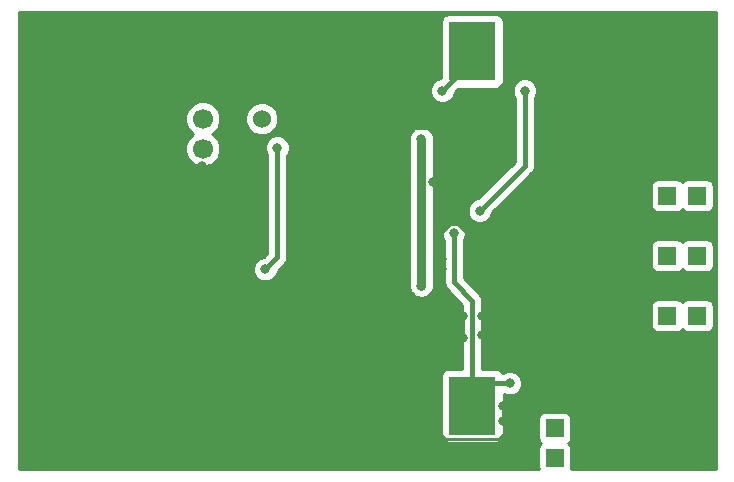
<source format=gbr>
G04 #@! TF.GenerationSoftware,KiCad,Pcbnew,(6.0.0-rc1-dev-205-gc0615c5ef)*
G04 #@! TF.CreationDate,2018-08-06T11:32:11+02:00*
G04 #@! TF.ProjectId,PCRD04B,504352443034422E6B696361645F7063,REV*
G04 #@! TF.SameCoordinates,Original*
G04 #@! TF.FileFunction,Copper,L1,Top,Signal*
G04 #@! TF.FilePolarity,Positive*
%FSLAX46Y46*%
G04 Gerber Fmt 4.6, Leading zero omitted, Abs format (unit mm)*
G04 Created by KiCad (PCBNEW (6.0.0-rc1-dev-205-gc0615c5ef)) date 08/06/18 11:32:11*
%MOMM*%
%LPD*%
G01*
G04 APERTURE LIST*
G04 #@! TA.AperFunction,SMDPad,CuDef*
%ADD10R,4.000000X5.000000*%
G04 #@! TD*
G04 #@! TA.AperFunction,ComponentPad*
%ADD11R,1.524000X1.524000*%
G04 #@! TD*
G04 #@! TA.AperFunction,ComponentPad*
%ADD12C,6.000000*%
G04 #@! TD*
G04 #@! TA.AperFunction,SMDPad,CuDef*
%ADD13R,20.100000X2.000000*%
G04 #@! TD*
G04 #@! TA.AperFunction,SMDPad,CuDef*
%ADD14R,2.000000X29.000000*%
G04 #@! TD*
G04 #@! TA.AperFunction,ComponentPad*
%ADD15C,1.700000*%
G04 #@! TD*
G04 #@! TA.AperFunction,ComponentPad*
%ADD16C,1.524000*%
G04 #@! TD*
G04 #@! TA.AperFunction,ViaPad*
%ADD17C,0.800000*%
G04 #@! TD*
G04 #@! TA.AperFunction,Conductor*
%ADD18C,0.250000*%
G04 #@! TD*
G04 #@! TA.AperFunction,Conductor*
%ADD19C,0.400000*%
G04 #@! TD*
G04 #@! TA.AperFunction,Conductor*
%ADD20C,0.800000*%
G04 #@! TD*
G04 #@! TA.AperFunction,Conductor*
%ADD21C,0.254000*%
G04 #@! TD*
G04 APERTURE END LIST*
D10*
G04 #@! TO.P,BT1,1*
G04 #@! TO.N,/K*
X39370000Y36350000D03*
G04 #@! TO.P,BT1,2*
G04 #@! TO.N,/REF*
X39370000Y6350000D03*
G04 #@! TD*
D11*
G04 #@! TO.P,J1,1*
G04 #@! TO.N,GND*
X48895000Y4445000D03*
G04 #@! TO.P,J1,2*
X48895000Y1905000D03*
G04 #@! TO.P,J1,3*
G04 #@! TO.N,Net-(C21-Pad3)*
X46355000Y4445000D03*
G04 #@! TO.P,J1,4*
X46355000Y1905000D03*
G04 #@! TO.P,J1,5*
G04 #@! TO.N,GND*
X43815000Y4445000D03*
G04 #@! TO.P,J1,6*
X43815000Y1905000D03*
G04 #@! TD*
G04 #@! TO.P,J2,2*
G04 #@! TO.N,GND*
X55880000Y21590000D03*
G04 #@! TO.P,J2,1*
X58420000Y21590000D03*
G04 #@! TD*
G04 #@! TO.P,J3,1*
G04 #@! TO.N,/#PeakDetect/Trace*
X58420000Y19050000D03*
G04 #@! TO.P,J3,2*
X55880000Y19050000D03*
G04 #@! TD*
G04 #@! TO.P,J4,2*
G04 #@! TO.N,GND*
X55880000Y16510000D03*
G04 #@! TO.P,J4,1*
X58420000Y16510000D03*
G04 #@! TD*
G04 #@! TO.P,J5,2*
G04 #@! TO.N,GND*
X55880000Y26670000D03*
G04 #@! TO.P,J5,1*
X58420000Y26670000D03*
G04 #@! TD*
G04 #@! TO.P,J6,1*
G04 #@! TO.N,/A/D*
X58420000Y24130000D03*
G04 #@! TO.P,J6,2*
X55880000Y24130000D03*
G04 #@! TD*
G04 #@! TO.P,J7,1*
G04 #@! TO.N,GND*
X58420000Y11430000D03*
G04 #@! TO.P,J7,2*
X55880000Y11430000D03*
G04 #@! TD*
D12*
G04 #@! TO.P,M1,1*
G04 #@! TO.N,GND*
X5080000Y35560000D03*
G04 #@! TD*
G04 #@! TO.P,M2,1*
G04 #@! TO.N,GND*
X55880000Y35560000D03*
G04 #@! TD*
G04 #@! TO.P,M3,1*
G04 #@! TO.N,GND*
X55880000Y5080000D03*
G04 #@! TD*
G04 #@! TO.P,M4,1*
G04 #@! TO.N,GND*
X5080000Y5080000D03*
G04 #@! TD*
D11*
G04 #@! TO.P,J11,1*
G04 #@! TO.N,Net-(C23-Pad3)*
X55880000Y13970000D03*
G04 #@! TO.P,J11,2*
X58420000Y13970000D03*
G04 #@! TD*
D13*
G04 #@! TO.P,M5,1*
G04 #@! TO.N,GND*
X19685000Y34290000D03*
X19685000Y7290000D03*
D14*
X29235000Y20790000D03*
X10135000Y20790000D03*
G04 #@! TD*
D15*
G04 #@! TO.P,D2,1*
G04 #@! TO.N,/K*
X16550000Y28100000D03*
G04 #@! TO.P,D2,2*
G04 #@! TO.N,/A*
X16550000Y30640000D03*
D16*
G04 #@! TO.P,D2,1*
G04 #@! TO.N,/K*
X21550000Y30640000D03*
G04 #@! TD*
D17*
G04 #@! TO.N,GND*
X32385000Y1905000D03*
X33655000Y1905000D03*
X34925000Y1905000D03*
X36830000Y1905000D03*
X33655000Y12065000D03*
X33655000Y13970000D03*
X33655000Y15240000D03*
X36830000Y15240000D03*
X26670000Y17780000D03*
X25400000Y17780000D03*
X24130000Y17780000D03*
X40170000Y13970000D03*
X38570000Y13970000D03*
X38570000Y12065000D03*
X40170000Y12303602D03*
X50165000Y26670000D03*
X52705000Y20320000D03*
X50800000Y20320000D03*
X51435000Y22860000D03*
X34290000Y34290000D03*
X33655000Y32385000D03*
X31750000Y32385000D03*
X31750000Y34290000D03*
X46355000Y34290000D03*
X45085000Y34290000D03*
X42545000Y34290000D03*
X41910000Y32385000D03*
X40640000Y32385000D03*
X38735000Y32385000D03*
X24765000Y32385000D03*
X23495000Y32385000D03*
X19685000Y32385000D03*
X17780000Y32385000D03*
X15875000Y32385000D03*
X13970000Y31750000D03*
X13970000Y29210000D03*
X13970000Y27305000D03*
X12700000Y27305000D03*
X50165000Y5080000D03*
X41970002Y5080000D03*
X41970002Y6350000D03*
X32385000Y3810000D03*
X32385000Y5080000D03*
X31115000Y8890000D03*
X31115000Y10795000D03*
X32385000Y10795000D03*
X32385000Y8890000D03*
X46355000Y10160000D03*
X43815000Y12065000D03*
X11430000Y12700000D03*
X13335000Y12700000D03*
X27305000Y13970000D03*
X26035000Y12065000D03*
X23495000Y11430000D03*
X20955000Y11430000D03*
X19685000Y12700000D03*
X17780000Y12700000D03*
X15875000Y12700000D03*
X19050000Y20320000D03*
X20320000Y18415000D03*
X18415000Y18415000D03*
X16510000Y18415000D03*
X16510000Y22225000D03*
X16510000Y24130000D03*
X16510000Y25400000D03*
X16509457Y26650565D03*
X19685000Y27940000D03*
X18415000Y27940000D03*
X19685000Y29210000D03*
X32385000Y29210000D03*
X31115000Y28575000D03*
X32385000Y27305000D03*
X36830000Y26670000D03*
X38100000Y26670000D03*
X39618186Y25151814D03*
X45085000Y26670000D03*
X39408000Y24130000D03*
X40640000Y25870000D03*
X43815000Y18415000D03*
X45085000Y18415000D03*
X45720000Y26035000D03*
X28829000Y20574000D03*
X28829000Y19304000D03*
X44958000Y22352000D03*
X36830000Y17907000D03*
X36830000Y18796000D03*
X32512000Y17780000D03*
X31242000Y17780000D03*
X29972000Y17780000D03*
X28829000Y18034000D03*
X36957000Y25273000D03*
X36052000Y25273000D03*
G04 #@! TO.N,VCC*
X35052000Y16510000D03*
X35052000Y28956000D03*
G04 #@! TO.N,/K*
X36830000Y33020000D03*
G04 #@! TO.N,/REF*
X21853064Y17904435D03*
X37803696Y20993000D03*
X42545000Y8255000D03*
X22860000Y28194000D03*
G04 #@! TO.N,Net-(C22-Pad1)*
X43815000Y33020000D03*
X40005000Y22860000D03*
G04 #@! TD*
D18*
G04 #@! TO.N,GND*
X34925000Y1905000D02*
X33655000Y1905000D01*
X37109999Y3524999D02*
X36824998Y3810000D01*
X36824998Y3810000D02*
X34290000Y6344998D01*
X36824998Y3810000D02*
X36824998Y1910002D01*
X36824998Y1910002D02*
X36830000Y1905000D01*
X33655000Y15240000D02*
X33655000Y13970000D01*
X36830000Y17907000D02*
X36830000Y15240000D01*
X24130000Y17780000D02*
X25400000Y17780000D01*
X38570000Y12065000D02*
X38570000Y13970000D01*
X36830000Y21092306D02*
X37455695Y21718001D01*
X36830000Y17907000D02*
X36830000Y21092306D01*
X37455695Y21718001D02*
X38151697Y21718001D01*
X38151697Y21718001D02*
X40170000Y19699698D01*
X40170000Y19699698D02*
X40170000Y12303602D01*
X51435000Y20955000D02*
X50800000Y20320000D01*
X51435000Y22860000D02*
X51435000Y20955000D01*
X33655000Y33655000D02*
X34290000Y34290000D01*
X33655000Y32385000D02*
X33655000Y33655000D01*
X31750000Y34290000D02*
X31750000Y32385000D01*
X42545000Y34290000D02*
X45085000Y34290000D01*
X40640000Y32385000D02*
X41910000Y32385000D01*
X39370000Y31750000D02*
X38735000Y32385000D01*
X39370000Y29845000D02*
X39370000Y31750000D01*
X38735000Y29845000D02*
X39370000Y29845000D01*
X24765000Y32385000D02*
X27305000Y29845000D01*
X27305000Y29845000D02*
X38735000Y29845000D01*
X19685000Y32385000D02*
X23495000Y32385000D01*
X15875000Y32385000D02*
X17780000Y32385000D01*
X13970000Y29210000D02*
X13970000Y31750000D01*
X12700000Y27305000D02*
X13970000Y27305000D01*
X41970002Y6350000D02*
X41970002Y5080000D01*
X32385000Y5080000D02*
X32385000Y3810000D01*
X31115000Y10795000D02*
X31115000Y8890000D01*
X32385000Y8890000D02*
X32385000Y10795000D01*
X34290000Y6344998D02*
X34290000Y9525000D01*
X45370001Y9175001D02*
X45370001Y7264999D01*
X46355000Y10160000D02*
X45370001Y9175001D01*
X45370001Y7264999D02*
X41630001Y3524999D01*
X41630001Y3524999D02*
X37109999Y3524999D01*
X15875000Y12700000D02*
X13335000Y12700000D01*
X25400000Y11430000D02*
X26035000Y12065000D01*
X23495000Y11430000D02*
X25400000Y11430000D01*
X19685000Y12700000D02*
X20955000Y11430000D01*
X15875000Y12700000D02*
X17780000Y12700000D01*
X18415000Y18415000D02*
X20320000Y18415000D01*
X16510000Y25400000D02*
X16510000Y24130000D01*
X18395565Y26650565D02*
X16509457Y26650565D01*
X19685000Y27940000D02*
X18395565Y26650565D01*
X19685000Y29210000D02*
X18415000Y27940000D01*
D19*
X32385000Y27305000D02*
X31115000Y28575000D01*
X38100000Y26670000D02*
X36830000Y26670000D01*
X40336372Y25870000D02*
X39618186Y25151814D01*
X40640000Y25870000D02*
X40336372Y25870000D01*
X40640000Y25362000D02*
X39408000Y24130000D01*
X40640000Y25870000D02*
X40640000Y25362000D01*
X45085000Y18415000D02*
X43815000Y18415000D01*
X45720000Y26035000D02*
X45720000Y23114000D01*
X45720000Y23114000D02*
X44958000Y22352000D01*
X28829000Y19304000D02*
X28829000Y20574000D01*
D18*
X36830000Y18796000D02*
X36830000Y17907000D01*
X31242000Y17780000D02*
X32512000Y17780000D01*
X29718000Y18034000D02*
X29972000Y17780000D01*
X28829000Y18034000D02*
X29718000Y18034000D01*
X36052000Y25273000D02*
X36957000Y25273000D01*
D20*
G04 #@! TO.N,VCC*
X35052000Y28956000D02*
X35052000Y16510000D01*
D19*
G04 #@! TO.N,/K*
X39370000Y35560000D02*
X36830000Y33020000D01*
X39370000Y36350000D02*
X39370000Y35560000D01*
G04 #@! TO.N,/REF*
X22860000Y28194000D02*
X22860000Y18911371D01*
X22860000Y18911371D02*
X21853064Y17904435D01*
X37803696Y16806304D02*
X39370000Y15240000D01*
X39370000Y15240000D02*
X39370000Y6350000D01*
X37803696Y20993000D02*
X37803696Y16806304D01*
X39370000Y6850000D02*
X40775000Y8255000D01*
X39370000Y6350000D02*
X39370000Y6850000D01*
X40775000Y8255000D02*
X42545000Y8255000D01*
G04 #@! TO.N,Net-(C22-Pad1)*
X43815000Y26670000D02*
X43815000Y33020000D01*
X40005000Y22860000D02*
X43815000Y26670000D01*
G04 #@! TD*
D21*
G04 #@! TO.N,GND*
G36*
X59971000Y989000D02*
X47733808Y989000D01*
X47764440Y1143000D01*
X47764440Y2667000D01*
X47715157Y2914765D01*
X47574809Y3124809D01*
X47499693Y3175000D01*
X47574809Y3225191D01*
X47715157Y3435235D01*
X47764440Y3683000D01*
X47764440Y5207000D01*
X47715157Y5454765D01*
X47574809Y5664809D01*
X47364765Y5805157D01*
X47117000Y5854440D01*
X45593000Y5854440D01*
X45345235Y5805157D01*
X45135191Y5664809D01*
X44994843Y5454765D01*
X44945560Y5207000D01*
X44945560Y3683000D01*
X44994843Y3435235D01*
X45135191Y3225191D01*
X45210307Y3175000D01*
X45135191Y3124809D01*
X44994843Y2914765D01*
X44945560Y2667000D01*
X44945560Y1143000D01*
X44976192Y989000D01*
X989000Y989000D01*
X989000Y8850000D01*
X36722560Y8850000D01*
X36722560Y3850000D01*
X36771843Y3602235D01*
X36912191Y3392191D01*
X37122235Y3251843D01*
X37370000Y3202560D01*
X41370000Y3202560D01*
X41617765Y3251843D01*
X41827809Y3392191D01*
X41968157Y3602235D01*
X42017440Y3850000D01*
X42017440Y7353246D01*
X42339126Y7220000D01*
X42750874Y7220000D01*
X43131280Y7377569D01*
X43422431Y7668720D01*
X43580000Y8049126D01*
X43580000Y8460874D01*
X43422431Y8841280D01*
X43131280Y9132431D01*
X42750874Y9290000D01*
X42339126Y9290000D01*
X41958720Y9132431D01*
X41950492Y9124203D01*
X41827809Y9307809D01*
X41617765Y9448157D01*
X41370000Y9497440D01*
X40205000Y9497440D01*
X40205000Y14732000D01*
X54470560Y14732000D01*
X54470560Y13208000D01*
X54519843Y12960235D01*
X54660191Y12750191D01*
X54870235Y12609843D01*
X55118000Y12560560D01*
X56642000Y12560560D01*
X56889765Y12609843D01*
X57099809Y12750191D01*
X57150000Y12825307D01*
X57200191Y12750191D01*
X57410235Y12609843D01*
X57658000Y12560560D01*
X59182000Y12560560D01*
X59429765Y12609843D01*
X59639809Y12750191D01*
X59780157Y12960235D01*
X59829440Y13208000D01*
X59829440Y14732000D01*
X59780157Y14979765D01*
X59639809Y15189809D01*
X59429765Y15330157D01*
X59182000Y15379440D01*
X57658000Y15379440D01*
X57410235Y15330157D01*
X57200191Y15189809D01*
X57150000Y15114693D01*
X57099809Y15189809D01*
X56889765Y15330157D01*
X56642000Y15379440D01*
X55118000Y15379440D01*
X54870235Y15330157D01*
X54660191Y15189809D01*
X54519843Y14979765D01*
X54470560Y14732000D01*
X40205000Y14732000D01*
X40205000Y15157768D01*
X40221357Y15240001D01*
X40205000Y15322236D01*
X40205000Y15322237D01*
X40156552Y15565801D01*
X39972001Y15842001D01*
X39902286Y15888583D01*
X38638696Y17152171D01*
X38638696Y19812000D01*
X54470560Y19812000D01*
X54470560Y18288000D01*
X54519843Y18040235D01*
X54660191Y17830191D01*
X54870235Y17689843D01*
X55118000Y17640560D01*
X56642000Y17640560D01*
X56889765Y17689843D01*
X57099809Y17830191D01*
X57150000Y17905307D01*
X57200191Y17830191D01*
X57410235Y17689843D01*
X57658000Y17640560D01*
X59182000Y17640560D01*
X59429765Y17689843D01*
X59639809Y17830191D01*
X59780157Y18040235D01*
X59829440Y18288000D01*
X59829440Y19812000D01*
X59780157Y20059765D01*
X59639809Y20269809D01*
X59429765Y20410157D01*
X59182000Y20459440D01*
X57658000Y20459440D01*
X57410235Y20410157D01*
X57200191Y20269809D01*
X57150000Y20194693D01*
X57099809Y20269809D01*
X56889765Y20410157D01*
X56642000Y20459440D01*
X55118000Y20459440D01*
X54870235Y20410157D01*
X54660191Y20269809D01*
X54519843Y20059765D01*
X54470560Y19812000D01*
X38638696Y19812000D01*
X38638696Y20364289D01*
X38681127Y20406720D01*
X38838696Y20787126D01*
X38838696Y21198874D01*
X38681127Y21579280D01*
X38389976Y21870431D01*
X38009570Y22028000D01*
X37597822Y22028000D01*
X37217416Y21870431D01*
X36926265Y21579280D01*
X36768696Y21198874D01*
X36768696Y20787126D01*
X36926265Y20406720D01*
X36968696Y20364289D01*
X36968697Y16888542D01*
X36952339Y16806304D01*
X37017144Y16480504D01*
X37124788Y16319404D01*
X37201696Y16204303D01*
X37271414Y16157719D01*
X38535000Y14894131D01*
X38535001Y9497440D01*
X37370000Y9497440D01*
X37122235Y9448157D01*
X36912191Y9307809D01*
X36771843Y9097765D01*
X36722560Y8850000D01*
X989000Y8850000D01*
X989000Y18110309D01*
X20818064Y18110309D01*
X20818064Y17698561D01*
X20975633Y17318155D01*
X21266784Y17027004D01*
X21647190Y16869435D01*
X22058938Y16869435D01*
X22439344Y17027004D01*
X22730495Y17318155D01*
X22888064Y17698561D01*
X22888064Y17758568D01*
X23392282Y18262786D01*
X23462001Y18309370D01*
X23646552Y18585570D01*
X23695000Y18829134D01*
X23711358Y18911371D01*
X23695000Y18993608D01*
X23695000Y27565289D01*
X23737431Y27607720D01*
X23895000Y27988126D01*
X23895000Y28399874D01*
X23737431Y28780280D01*
X23446280Y29071431D01*
X23227931Y29161874D01*
X34017000Y29161874D01*
X34017000Y29057934D01*
X34017001Y16715876D01*
X34017000Y16715874D01*
X34017000Y16304126D01*
X34056778Y16208094D01*
X34077053Y16106163D01*
X34134791Y16019752D01*
X34174569Y15923720D01*
X34248068Y15850221D01*
X34305808Y15763807D01*
X34392222Y15706067D01*
X34465720Y15632569D01*
X34561749Y15592792D01*
X34648164Y15535052D01*
X34750098Y15514776D01*
X34846126Y15475000D01*
X34950066Y15475000D01*
X35052000Y15454724D01*
X35153935Y15475000D01*
X35257874Y15475000D01*
X35353902Y15514776D01*
X35455837Y15535052D01*
X35542253Y15592793D01*
X35638280Y15632569D01*
X35711776Y15706065D01*
X35798193Y15763807D01*
X35855935Y15850224D01*
X35929431Y15923720D01*
X35969207Y16019747D01*
X36026948Y16106163D01*
X36047224Y16208099D01*
X36087000Y16304126D01*
X36087000Y23065874D01*
X38970000Y23065874D01*
X38970000Y22654126D01*
X39127569Y22273720D01*
X39418720Y21982569D01*
X39799126Y21825000D01*
X40210874Y21825000D01*
X40591280Y21982569D01*
X40882431Y22273720D01*
X41040000Y22654126D01*
X41040000Y22714133D01*
X43217867Y24892000D01*
X54470560Y24892000D01*
X54470560Y23368000D01*
X54519843Y23120235D01*
X54660191Y22910191D01*
X54870235Y22769843D01*
X55118000Y22720560D01*
X56642000Y22720560D01*
X56889765Y22769843D01*
X57099809Y22910191D01*
X57150000Y22985307D01*
X57200191Y22910191D01*
X57410235Y22769843D01*
X57658000Y22720560D01*
X59182000Y22720560D01*
X59429765Y22769843D01*
X59639809Y22910191D01*
X59780157Y23120235D01*
X59829440Y23368000D01*
X59829440Y24892000D01*
X59780157Y25139765D01*
X59639809Y25349809D01*
X59429765Y25490157D01*
X59182000Y25539440D01*
X57658000Y25539440D01*
X57410235Y25490157D01*
X57200191Y25349809D01*
X57150000Y25274693D01*
X57099809Y25349809D01*
X56889765Y25490157D01*
X56642000Y25539440D01*
X55118000Y25539440D01*
X54870235Y25490157D01*
X54660191Y25349809D01*
X54519843Y25139765D01*
X54470560Y24892000D01*
X43217867Y24892000D01*
X44347283Y26021415D01*
X44417001Y26067999D01*
X44601552Y26344199D01*
X44650000Y26587763D01*
X44650000Y26587764D01*
X44666358Y26670000D01*
X44650000Y26752237D01*
X44650000Y32391289D01*
X44692431Y32433720D01*
X44850000Y32814126D01*
X44850000Y33225874D01*
X44692431Y33606280D01*
X44401280Y33897431D01*
X44020874Y34055000D01*
X43609126Y34055000D01*
X43228720Y33897431D01*
X42937569Y33606280D01*
X42780000Y33225874D01*
X42780000Y32814126D01*
X42937569Y32433720D01*
X42980001Y32391288D01*
X42980000Y27015868D01*
X39859133Y23895000D01*
X39799126Y23895000D01*
X39418720Y23737431D01*
X39127569Y23446280D01*
X38970000Y23065874D01*
X36087000Y23065874D01*
X36087000Y29161874D01*
X36047224Y29257901D01*
X36026948Y29359837D01*
X35969207Y29446253D01*
X35929431Y29542280D01*
X35855935Y29615776D01*
X35798193Y29702193D01*
X35711777Y29759934D01*
X35638280Y29833431D01*
X35542251Y29873207D01*
X35455836Y29930948D01*
X35353902Y29951224D01*
X35257874Y29991000D01*
X35153934Y29991000D01*
X35052000Y30011276D01*
X34950065Y29991000D01*
X34846126Y29991000D01*
X34750098Y29951224D01*
X34648163Y29930948D01*
X34561747Y29873207D01*
X34465720Y29833431D01*
X34392224Y29759935D01*
X34305807Y29702193D01*
X34248066Y29615777D01*
X34174569Y29542280D01*
X34134793Y29446251D01*
X34077052Y29359836D01*
X34056776Y29257902D01*
X34017000Y29161874D01*
X23227931Y29161874D01*
X23065874Y29229000D01*
X22654126Y29229000D01*
X22273720Y29071431D01*
X21982569Y28780280D01*
X21825000Y28399874D01*
X21825000Y27988126D01*
X21982569Y27607720D01*
X22025000Y27565289D01*
X22025001Y19257240D01*
X21707197Y18939435D01*
X21647190Y18939435D01*
X21266784Y18781866D01*
X20975633Y18490715D01*
X20818064Y18110309D01*
X989000Y18110309D01*
X989000Y30935385D01*
X15065000Y30935385D01*
X15065000Y30344615D01*
X15291078Y29798815D01*
X15708815Y29381078D01*
X15735560Y29370000D01*
X15708815Y29358922D01*
X15291078Y28941185D01*
X15065000Y28395385D01*
X15065000Y27804615D01*
X15291078Y27258815D01*
X15708815Y26841078D01*
X16254615Y26615000D01*
X16845385Y26615000D01*
X17391185Y26841078D01*
X17808922Y27258815D01*
X18035000Y27804615D01*
X18035000Y28395385D01*
X17808922Y28941185D01*
X17391185Y29358922D01*
X17364440Y29370000D01*
X17391185Y29381078D01*
X17808922Y29798815D01*
X18035000Y30344615D01*
X18035000Y30917881D01*
X20153000Y30917881D01*
X20153000Y30362119D01*
X20365680Y29848663D01*
X20758663Y29455680D01*
X21272119Y29243000D01*
X21827881Y29243000D01*
X22341337Y29455680D01*
X22734320Y29848663D01*
X22947000Y30362119D01*
X22947000Y30917881D01*
X22734320Y31431337D01*
X22341337Y31824320D01*
X21827881Y32037000D01*
X21272119Y32037000D01*
X20758663Y31824320D01*
X20365680Y31431337D01*
X20153000Y30917881D01*
X18035000Y30917881D01*
X18035000Y30935385D01*
X17808922Y31481185D01*
X17391185Y31898922D01*
X16845385Y32125000D01*
X16254615Y32125000D01*
X15708815Y31898922D01*
X15291078Y31481185D01*
X15065000Y30935385D01*
X989000Y30935385D01*
X989000Y33225874D01*
X35795000Y33225874D01*
X35795000Y32814126D01*
X35952569Y32433720D01*
X36243720Y32142569D01*
X36624126Y31985000D01*
X37035874Y31985000D01*
X37416280Y32142569D01*
X37707431Y32433720D01*
X37865000Y32814126D01*
X37865000Y32874133D01*
X38193428Y33202560D01*
X41370000Y33202560D01*
X41617765Y33251843D01*
X41827809Y33392191D01*
X41968157Y33602235D01*
X42017440Y33850000D01*
X42017440Y38850000D01*
X41968157Y39097765D01*
X41827809Y39307809D01*
X41617765Y39448157D01*
X41370000Y39497440D01*
X37370000Y39497440D01*
X37122235Y39448157D01*
X36912191Y39307809D01*
X36771843Y39097765D01*
X36722560Y38850000D01*
X36722560Y34093427D01*
X36684133Y34055000D01*
X36624126Y34055000D01*
X36243720Y33897431D01*
X35952569Y33606280D01*
X35795000Y33225874D01*
X989000Y33225874D01*
X989000Y39651000D01*
X59971001Y39651000D01*
X59971000Y989000D01*
X59971000Y989000D01*
G37*
X59971000Y989000D02*
X47733808Y989000D01*
X47764440Y1143000D01*
X47764440Y2667000D01*
X47715157Y2914765D01*
X47574809Y3124809D01*
X47499693Y3175000D01*
X47574809Y3225191D01*
X47715157Y3435235D01*
X47764440Y3683000D01*
X47764440Y5207000D01*
X47715157Y5454765D01*
X47574809Y5664809D01*
X47364765Y5805157D01*
X47117000Y5854440D01*
X45593000Y5854440D01*
X45345235Y5805157D01*
X45135191Y5664809D01*
X44994843Y5454765D01*
X44945560Y5207000D01*
X44945560Y3683000D01*
X44994843Y3435235D01*
X45135191Y3225191D01*
X45210307Y3175000D01*
X45135191Y3124809D01*
X44994843Y2914765D01*
X44945560Y2667000D01*
X44945560Y1143000D01*
X44976192Y989000D01*
X989000Y989000D01*
X989000Y8850000D01*
X36722560Y8850000D01*
X36722560Y3850000D01*
X36771843Y3602235D01*
X36912191Y3392191D01*
X37122235Y3251843D01*
X37370000Y3202560D01*
X41370000Y3202560D01*
X41617765Y3251843D01*
X41827809Y3392191D01*
X41968157Y3602235D01*
X42017440Y3850000D01*
X42017440Y7353246D01*
X42339126Y7220000D01*
X42750874Y7220000D01*
X43131280Y7377569D01*
X43422431Y7668720D01*
X43580000Y8049126D01*
X43580000Y8460874D01*
X43422431Y8841280D01*
X43131280Y9132431D01*
X42750874Y9290000D01*
X42339126Y9290000D01*
X41958720Y9132431D01*
X41950492Y9124203D01*
X41827809Y9307809D01*
X41617765Y9448157D01*
X41370000Y9497440D01*
X40205000Y9497440D01*
X40205000Y14732000D01*
X54470560Y14732000D01*
X54470560Y13208000D01*
X54519843Y12960235D01*
X54660191Y12750191D01*
X54870235Y12609843D01*
X55118000Y12560560D01*
X56642000Y12560560D01*
X56889765Y12609843D01*
X57099809Y12750191D01*
X57150000Y12825307D01*
X57200191Y12750191D01*
X57410235Y12609843D01*
X57658000Y12560560D01*
X59182000Y12560560D01*
X59429765Y12609843D01*
X59639809Y12750191D01*
X59780157Y12960235D01*
X59829440Y13208000D01*
X59829440Y14732000D01*
X59780157Y14979765D01*
X59639809Y15189809D01*
X59429765Y15330157D01*
X59182000Y15379440D01*
X57658000Y15379440D01*
X57410235Y15330157D01*
X57200191Y15189809D01*
X57150000Y15114693D01*
X57099809Y15189809D01*
X56889765Y15330157D01*
X56642000Y15379440D01*
X55118000Y15379440D01*
X54870235Y15330157D01*
X54660191Y15189809D01*
X54519843Y14979765D01*
X54470560Y14732000D01*
X40205000Y14732000D01*
X40205000Y15157768D01*
X40221357Y15240001D01*
X40205000Y15322236D01*
X40205000Y15322237D01*
X40156552Y15565801D01*
X39972001Y15842001D01*
X39902286Y15888583D01*
X38638696Y17152171D01*
X38638696Y19812000D01*
X54470560Y19812000D01*
X54470560Y18288000D01*
X54519843Y18040235D01*
X54660191Y17830191D01*
X54870235Y17689843D01*
X55118000Y17640560D01*
X56642000Y17640560D01*
X56889765Y17689843D01*
X57099809Y17830191D01*
X57150000Y17905307D01*
X57200191Y17830191D01*
X57410235Y17689843D01*
X57658000Y17640560D01*
X59182000Y17640560D01*
X59429765Y17689843D01*
X59639809Y17830191D01*
X59780157Y18040235D01*
X59829440Y18288000D01*
X59829440Y19812000D01*
X59780157Y20059765D01*
X59639809Y20269809D01*
X59429765Y20410157D01*
X59182000Y20459440D01*
X57658000Y20459440D01*
X57410235Y20410157D01*
X57200191Y20269809D01*
X57150000Y20194693D01*
X57099809Y20269809D01*
X56889765Y20410157D01*
X56642000Y20459440D01*
X55118000Y20459440D01*
X54870235Y20410157D01*
X54660191Y20269809D01*
X54519843Y20059765D01*
X54470560Y19812000D01*
X38638696Y19812000D01*
X38638696Y20364289D01*
X38681127Y20406720D01*
X38838696Y20787126D01*
X38838696Y21198874D01*
X38681127Y21579280D01*
X38389976Y21870431D01*
X38009570Y22028000D01*
X37597822Y22028000D01*
X37217416Y21870431D01*
X36926265Y21579280D01*
X36768696Y21198874D01*
X36768696Y20787126D01*
X36926265Y20406720D01*
X36968696Y20364289D01*
X36968697Y16888542D01*
X36952339Y16806304D01*
X37017144Y16480504D01*
X37124788Y16319404D01*
X37201696Y16204303D01*
X37271414Y16157719D01*
X38535000Y14894131D01*
X38535001Y9497440D01*
X37370000Y9497440D01*
X37122235Y9448157D01*
X36912191Y9307809D01*
X36771843Y9097765D01*
X36722560Y8850000D01*
X989000Y8850000D01*
X989000Y18110309D01*
X20818064Y18110309D01*
X20818064Y17698561D01*
X20975633Y17318155D01*
X21266784Y17027004D01*
X21647190Y16869435D01*
X22058938Y16869435D01*
X22439344Y17027004D01*
X22730495Y17318155D01*
X22888064Y17698561D01*
X22888064Y17758568D01*
X23392282Y18262786D01*
X23462001Y18309370D01*
X23646552Y18585570D01*
X23695000Y18829134D01*
X23711358Y18911371D01*
X23695000Y18993608D01*
X23695000Y27565289D01*
X23737431Y27607720D01*
X23895000Y27988126D01*
X23895000Y28399874D01*
X23737431Y28780280D01*
X23446280Y29071431D01*
X23227931Y29161874D01*
X34017000Y29161874D01*
X34017000Y29057934D01*
X34017001Y16715876D01*
X34017000Y16715874D01*
X34017000Y16304126D01*
X34056778Y16208094D01*
X34077053Y16106163D01*
X34134791Y16019752D01*
X34174569Y15923720D01*
X34248068Y15850221D01*
X34305808Y15763807D01*
X34392222Y15706067D01*
X34465720Y15632569D01*
X34561749Y15592792D01*
X34648164Y15535052D01*
X34750098Y15514776D01*
X34846126Y15475000D01*
X34950066Y15475000D01*
X35052000Y15454724D01*
X35153935Y15475000D01*
X35257874Y15475000D01*
X35353902Y15514776D01*
X35455837Y15535052D01*
X35542253Y15592793D01*
X35638280Y15632569D01*
X35711776Y15706065D01*
X35798193Y15763807D01*
X35855935Y15850224D01*
X35929431Y15923720D01*
X35969207Y16019747D01*
X36026948Y16106163D01*
X36047224Y16208099D01*
X36087000Y16304126D01*
X36087000Y23065874D01*
X38970000Y23065874D01*
X38970000Y22654126D01*
X39127569Y22273720D01*
X39418720Y21982569D01*
X39799126Y21825000D01*
X40210874Y21825000D01*
X40591280Y21982569D01*
X40882431Y22273720D01*
X41040000Y22654126D01*
X41040000Y22714133D01*
X43217867Y24892000D01*
X54470560Y24892000D01*
X54470560Y23368000D01*
X54519843Y23120235D01*
X54660191Y22910191D01*
X54870235Y22769843D01*
X55118000Y22720560D01*
X56642000Y22720560D01*
X56889765Y22769843D01*
X57099809Y22910191D01*
X57150000Y22985307D01*
X57200191Y22910191D01*
X57410235Y22769843D01*
X57658000Y22720560D01*
X59182000Y22720560D01*
X59429765Y22769843D01*
X59639809Y22910191D01*
X59780157Y23120235D01*
X59829440Y23368000D01*
X59829440Y24892000D01*
X59780157Y25139765D01*
X59639809Y25349809D01*
X59429765Y25490157D01*
X59182000Y25539440D01*
X57658000Y25539440D01*
X57410235Y25490157D01*
X57200191Y25349809D01*
X57150000Y25274693D01*
X57099809Y25349809D01*
X56889765Y25490157D01*
X56642000Y25539440D01*
X55118000Y25539440D01*
X54870235Y25490157D01*
X54660191Y25349809D01*
X54519843Y25139765D01*
X54470560Y24892000D01*
X43217867Y24892000D01*
X44347283Y26021415D01*
X44417001Y26067999D01*
X44601552Y26344199D01*
X44650000Y26587763D01*
X44650000Y26587764D01*
X44666358Y26670000D01*
X44650000Y26752237D01*
X44650000Y32391289D01*
X44692431Y32433720D01*
X44850000Y32814126D01*
X44850000Y33225874D01*
X44692431Y33606280D01*
X44401280Y33897431D01*
X44020874Y34055000D01*
X43609126Y34055000D01*
X43228720Y33897431D01*
X42937569Y33606280D01*
X42780000Y33225874D01*
X42780000Y32814126D01*
X42937569Y32433720D01*
X42980001Y32391288D01*
X42980000Y27015868D01*
X39859133Y23895000D01*
X39799126Y23895000D01*
X39418720Y23737431D01*
X39127569Y23446280D01*
X38970000Y23065874D01*
X36087000Y23065874D01*
X36087000Y29161874D01*
X36047224Y29257901D01*
X36026948Y29359837D01*
X35969207Y29446253D01*
X35929431Y29542280D01*
X35855935Y29615776D01*
X35798193Y29702193D01*
X35711777Y29759934D01*
X35638280Y29833431D01*
X35542251Y29873207D01*
X35455836Y29930948D01*
X35353902Y29951224D01*
X35257874Y29991000D01*
X35153934Y29991000D01*
X35052000Y30011276D01*
X34950065Y29991000D01*
X34846126Y29991000D01*
X34750098Y29951224D01*
X34648163Y29930948D01*
X34561747Y29873207D01*
X34465720Y29833431D01*
X34392224Y29759935D01*
X34305807Y29702193D01*
X34248066Y29615777D01*
X34174569Y29542280D01*
X34134793Y29446251D01*
X34077052Y29359836D01*
X34056776Y29257902D01*
X34017000Y29161874D01*
X23227931Y29161874D01*
X23065874Y29229000D01*
X22654126Y29229000D01*
X22273720Y29071431D01*
X21982569Y28780280D01*
X21825000Y28399874D01*
X21825000Y27988126D01*
X21982569Y27607720D01*
X22025000Y27565289D01*
X22025001Y19257240D01*
X21707197Y18939435D01*
X21647190Y18939435D01*
X21266784Y18781866D01*
X20975633Y18490715D01*
X20818064Y18110309D01*
X989000Y18110309D01*
X989000Y30935385D01*
X15065000Y30935385D01*
X15065000Y30344615D01*
X15291078Y29798815D01*
X15708815Y29381078D01*
X15735560Y29370000D01*
X15708815Y29358922D01*
X15291078Y28941185D01*
X15065000Y28395385D01*
X15065000Y27804615D01*
X15291078Y27258815D01*
X15708815Y26841078D01*
X16254615Y26615000D01*
X16845385Y26615000D01*
X17391185Y26841078D01*
X17808922Y27258815D01*
X18035000Y27804615D01*
X18035000Y28395385D01*
X17808922Y28941185D01*
X17391185Y29358922D01*
X17364440Y29370000D01*
X17391185Y29381078D01*
X17808922Y29798815D01*
X18035000Y30344615D01*
X18035000Y30917881D01*
X20153000Y30917881D01*
X20153000Y30362119D01*
X20365680Y29848663D01*
X20758663Y29455680D01*
X21272119Y29243000D01*
X21827881Y29243000D01*
X22341337Y29455680D01*
X22734320Y29848663D01*
X22947000Y30362119D01*
X22947000Y30917881D01*
X22734320Y31431337D01*
X22341337Y31824320D01*
X21827881Y32037000D01*
X21272119Y32037000D01*
X20758663Y31824320D01*
X20365680Y31431337D01*
X20153000Y30917881D01*
X18035000Y30917881D01*
X18035000Y30935385D01*
X17808922Y31481185D01*
X17391185Y31898922D01*
X16845385Y32125000D01*
X16254615Y32125000D01*
X15708815Y31898922D01*
X15291078Y31481185D01*
X15065000Y30935385D01*
X989000Y30935385D01*
X989000Y33225874D01*
X35795000Y33225874D01*
X35795000Y32814126D01*
X35952569Y32433720D01*
X36243720Y32142569D01*
X36624126Y31985000D01*
X37035874Y31985000D01*
X37416280Y32142569D01*
X37707431Y32433720D01*
X37865000Y32814126D01*
X37865000Y32874133D01*
X38193428Y33202560D01*
X41370000Y33202560D01*
X41617765Y33251843D01*
X41827809Y33392191D01*
X41968157Y33602235D01*
X42017440Y33850000D01*
X42017440Y38850000D01*
X41968157Y39097765D01*
X41827809Y39307809D01*
X41617765Y39448157D01*
X41370000Y39497440D01*
X37370000Y39497440D01*
X37122235Y39448157D01*
X36912191Y39307809D01*
X36771843Y39097765D01*
X36722560Y38850000D01*
X36722560Y34093427D01*
X36684133Y34055000D01*
X36624126Y34055000D01*
X36243720Y33897431D01*
X35952569Y33606280D01*
X35795000Y33225874D01*
X989000Y33225874D01*
X989000Y39651000D01*
X59971001Y39651000D01*
X59971000Y989000D01*
G04 #@! TD*
M02*

</source>
